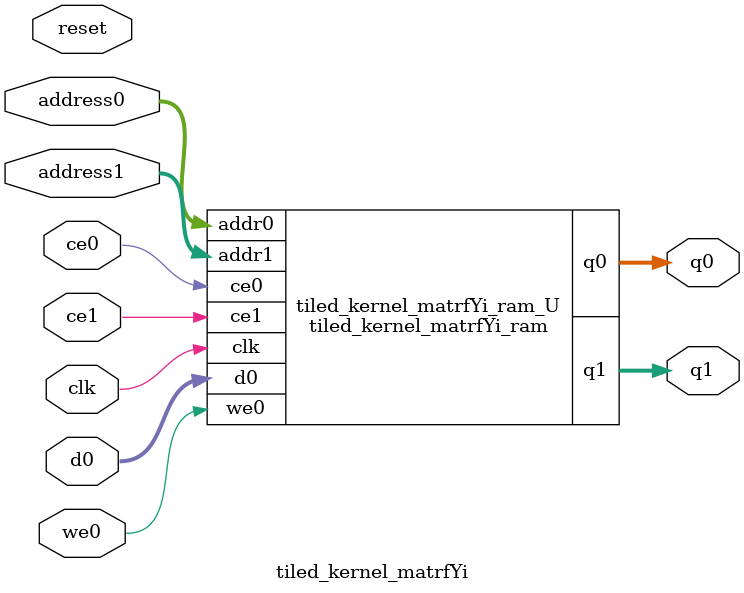
<source format=v>

`timescale 1 ns / 1 ps
module tiled_kernel_matrfYi_ram (addr0, ce0, d0, we0, q0, addr1, ce1, q1,  clk);

parameter DWIDTH = 32;
parameter AWIDTH = 17;
parameter MEM_SIZE = 78400;

input[AWIDTH-1:0] addr0;
input ce0;
input[DWIDTH-1:0] d0;
input we0;
output reg[DWIDTH-1:0] q0;
input[AWIDTH-1:0] addr1;
input ce1;
output reg[DWIDTH-1:0] q1;
input clk;

(* ram_style = "block" *)reg [DWIDTH-1:0] ram[0:MEM_SIZE-1];




always @(posedge clk)  
begin 
    if (ce0) 
    begin
        if (we0) 
        begin 
            ram[addr0] <= d0; 
            q0 <= d0;
        end 
        else 
            q0 <= ram[addr0];
    end
end


always @(posedge clk)  
begin 
    if (ce1) 
    begin
            q1 <= ram[addr1];
    end
end


endmodule


`timescale 1 ns / 1 ps
module tiled_kernel_matrfYi(
    reset,
    clk,
    address0,
    ce0,
    we0,
    d0,
    q0,
    address1,
    ce1,
    q1);

parameter DataWidth = 32'd32;
parameter AddressRange = 32'd78400;
parameter AddressWidth = 32'd17;
input reset;
input clk;
input[AddressWidth - 1:0] address0;
input ce0;
input we0;
input[DataWidth - 1:0] d0;
output[DataWidth - 1:0] q0;
input[AddressWidth - 1:0] address1;
input ce1;
output[DataWidth - 1:0] q1;



tiled_kernel_matrfYi_ram tiled_kernel_matrfYi_ram_U(
    .clk( clk ),
    .addr0( address0 ),
    .ce0( ce0 ),
    .we0( we0 ),
    .d0( d0 ),
    .q0( q0 ),
    .addr1( address1 ),
    .ce1( ce1 ),
    .q1( q1 ));

endmodule


</source>
